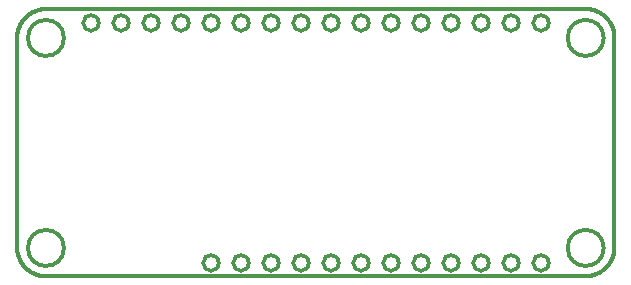
<source format=gm1>
G04 MADE WITH FRITZING*
G04 WWW.FRITZING.ORG*
G04 DOUBLE SIDED*
G04 HOLES PLATED*
G04 CONTOUR ON CENTER OF CONTOUR VECTOR*
%ASAXBY*%
%FSLAX23Y23*%
%MOIN*%
%OFA0B0*%
%SFA1.0B1.0*%
%ADD10C,0.133333X0.105555*%
%ADD11C,0.013889*%
%ADD12C,0.066667X0.0388887*%
%ADD10C,0.008*%
%LNCONTOUR*%
G90*
G70*
G54D10*
G54D11*
G01X1962Y103D02*
G75*
G03X1962Y103I-60J0D01*
G01*
G01X163Y103D02*
G75*
G03X163Y103I-60J0D01*
G01*
G01X1962Y803D02*
G75*
G03X1962Y803I-60J0D01*
G01*
G01X163Y803D02*
G75*
G03X163Y803I-60J0D01*
G01*
G01X1779Y853D02*
G75*
G03X1779Y853I-26J0D01*
G01*
G01X1679Y853D02*
G75*
G03X1679Y853I-26J0D01*
G01*
G01X1579Y853D02*
G75*
G03X1579Y853I-26J0D01*
G01*
G01X1479Y853D02*
G75*
G03X1479Y853I-26J0D01*
G01*
G01X1379Y853D02*
G75*
G03X1379Y853I-26J0D01*
G01*
G01X1279Y853D02*
G75*
G03X1279Y853I-26J0D01*
G01*
G01X1179Y853D02*
G75*
G03X1179Y853I-26J0D01*
G01*
G01X1079Y853D02*
G75*
G03X1079Y853I-26J0D01*
G01*
G01X979Y853D02*
G75*
G03X979Y853I-26J0D01*
G01*
G01X879Y853D02*
G75*
G03X879Y853I-26J0D01*
G01*
G01X779Y853D02*
G75*
G03X779Y853I-26J0D01*
G01*
G01X679Y853D02*
G75*
G03X679Y853I-26J0D01*
G01*
G01X579Y853D02*
G75*
G03X579Y853I-26J0D01*
G01*
G01X479Y853D02*
G75*
G03X479Y853I-26J0D01*
G01*
G01X379Y853D02*
G75*
G03X379Y853I-26J0D01*
G01*
G01X279Y853D02*
G75*
G03X279Y853I-26J0D01*
G01*
G01X679Y53D02*
G75*
G03X679Y53I-26J0D01*
G01*
G01X779Y53D02*
G75*
G03X779Y53I-26J0D01*
G01*
G01X879Y53D02*
G75*
G03X879Y53I-26J0D01*
G01*
G01X979Y53D02*
G75*
G03X979Y53I-26J0D01*
G01*
G01X1079Y53D02*
G75*
G03X1079Y53I-26J0D01*
G01*
G01X1179Y53D02*
G75*
G03X1179Y53I-26J0D01*
G01*
G01X1279Y53D02*
G75*
G03X1279Y53I-26J0D01*
G01*
G01X1379Y53D02*
G75*
G03X1379Y53I-26J0D01*
G01*
G01X1479Y53D02*
G75*
G03X1479Y53I-26J0D01*
G01*
G01X1579Y53D02*
G75*
G03X1579Y53I-26J0D01*
G01*
G01X1679Y53D02*
G75*
G03X1679Y53I-26J0D01*
G01*
G01X1779Y53D02*
G75*
G03X1779Y53I-26J0D01*
G01*
X94Y899D02*
X95Y899D01*
X96Y899D01*
X97Y899D01*
X98Y899D01*
X99Y899D01*
X100Y899D01*
X101Y899D01*
X102Y899D01*
X103Y899D01*
X104Y899D01*
X105Y899D01*
X106Y899D01*
X107Y899D01*
X108Y899D01*
X109Y899D01*
X110Y899D01*
X111Y899D01*
X112Y899D01*
X113Y899D01*
X114Y899D01*
X115Y899D01*
X116Y899D01*
X117Y899D01*
X118Y899D01*
X119Y899D01*
X120Y899D01*
X121Y899D01*
X122Y899D01*
X123Y899D01*
X124Y899D01*
X125Y899D01*
X126Y899D01*
X127Y899D01*
X128Y899D01*
X129Y899D01*
X130Y899D01*
X131Y899D01*
X132Y899D01*
X133Y899D01*
X134Y899D01*
X135Y899D01*
X136Y899D01*
X137Y899D01*
X138Y899D01*
X139Y899D01*
X140Y899D01*
X141Y899D01*
X142Y899D01*
X143Y899D01*
X144Y899D01*
X145Y899D01*
X146Y899D01*
X147Y899D01*
X148Y899D01*
X149Y899D01*
X150Y899D01*
X151Y899D01*
X152Y899D01*
X153Y899D01*
X154Y899D01*
X155Y899D01*
X156Y899D01*
X157Y899D01*
X158Y899D01*
X159Y899D01*
X160Y899D01*
X161Y899D01*
X162Y899D01*
X163Y899D01*
X164Y899D01*
X165Y899D01*
X166Y899D01*
X167Y899D01*
X168Y899D01*
X169Y899D01*
X170Y899D01*
X171Y899D01*
X172Y899D01*
X173Y899D01*
X174Y899D01*
X175Y899D01*
X176Y899D01*
X177Y899D01*
X178Y899D01*
X179Y899D01*
X180Y899D01*
X181Y899D01*
X182Y899D01*
X183Y899D01*
X184Y899D01*
X185Y899D01*
X186Y899D01*
X187Y899D01*
X188Y899D01*
X189Y899D01*
X190Y899D01*
X191Y899D01*
X192Y899D01*
X193Y899D01*
X194Y899D01*
X195Y899D01*
X196Y899D01*
X197Y899D01*
X198Y899D01*
X199Y899D01*
X200Y899D01*
X201Y899D01*
X202Y899D01*
X203Y899D01*
X204Y899D01*
X205Y899D01*
X206Y899D01*
X207Y899D01*
X208Y899D01*
X209Y899D01*
X210Y899D01*
X211Y899D01*
X212Y899D01*
X213Y899D01*
X214Y899D01*
X215Y899D01*
X216Y899D01*
X217Y899D01*
X218Y899D01*
X219Y899D01*
X220Y899D01*
X221Y899D01*
X222Y899D01*
X223Y899D01*
X224Y899D01*
X225Y899D01*
X226Y899D01*
X227Y899D01*
X228Y899D01*
X229Y899D01*
X230Y899D01*
X231Y899D01*
X232Y899D01*
X233Y899D01*
X234Y899D01*
X235Y899D01*
X236Y899D01*
X237Y899D01*
X238Y899D01*
X239Y899D01*
X240Y899D01*
X241Y899D01*
X242Y899D01*
X243Y899D01*
X244Y899D01*
X245Y899D01*
X246Y899D01*
X247Y899D01*
X248Y899D01*
X249Y899D01*
X250Y899D01*
X251Y899D01*
X252Y899D01*
X253Y899D01*
X254Y899D01*
X255Y899D01*
X256Y899D01*
X257Y899D01*
X258Y899D01*
X259Y899D01*
X260Y899D01*
X261Y899D01*
X262Y899D01*
X263Y899D01*
X264Y899D01*
X265Y899D01*
X266Y899D01*
X267Y899D01*
X268Y899D01*
X269Y899D01*
X270Y899D01*
X271Y899D01*
X272Y899D01*
X273Y899D01*
X274Y899D01*
X275Y899D01*
X276Y899D01*
X277Y899D01*
X278Y899D01*
X279Y899D01*
X280Y899D01*
X281Y899D01*
X282Y899D01*
X283Y899D01*
X284Y899D01*
X285Y899D01*
X286Y899D01*
X287Y899D01*
X288Y899D01*
X289Y899D01*
X290Y899D01*
X291Y899D01*
X292Y899D01*
X293Y899D01*
X294Y899D01*
X295Y899D01*
X296Y899D01*
X297Y899D01*
X298Y899D01*
X299Y899D01*
X300Y899D01*
X301Y899D01*
X302Y899D01*
X303Y899D01*
X304Y899D01*
X305Y899D01*
X306Y899D01*
X307Y899D01*
X308Y899D01*
X309Y899D01*
X310Y899D01*
X311Y899D01*
X312Y899D01*
X313Y899D01*
X314Y899D01*
X315Y899D01*
X316Y899D01*
X317Y899D01*
X318Y899D01*
X319Y899D01*
X320Y899D01*
X321Y899D01*
X322Y899D01*
X323Y899D01*
X324Y899D01*
X325Y899D01*
X326Y899D01*
X327Y899D01*
X328Y899D01*
X329Y899D01*
X330Y899D01*
X331Y899D01*
X332Y899D01*
X333Y899D01*
X334Y899D01*
X335Y899D01*
X336Y899D01*
X337Y899D01*
X338Y899D01*
X339Y899D01*
X340Y899D01*
X341Y899D01*
X342Y899D01*
X343Y899D01*
X344Y899D01*
X345Y899D01*
X346Y899D01*
X347Y899D01*
X348Y899D01*
X349Y899D01*
X350Y899D01*
X351Y899D01*
X352Y899D01*
X353Y899D01*
X354Y899D01*
X355Y899D01*
X356Y899D01*
X357Y899D01*
X358Y899D01*
X359Y899D01*
X360Y899D01*
X361Y899D01*
X362Y899D01*
X363Y899D01*
X364Y899D01*
X365Y899D01*
X366Y899D01*
X367Y899D01*
X368Y899D01*
X369Y899D01*
X370Y899D01*
X371Y899D01*
X372Y899D01*
X373Y899D01*
X374Y899D01*
X375Y899D01*
X376Y899D01*
X377Y899D01*
X378Y899D01*
X379Y899D01*
X380Y899D01*
X381Y899D01*
X382Y899D01*
X383Y899D01*
X384Y899D01*
X385Y899D01*
X386Y899D01*
X387Y899D01*
X388Y899D01*
X389Y899D01*
X390Y899D01*
X391Y899D01*
X392Y899D01*
X393Y899D01*
X394Y899D01*
X395Y899D01*
X396Y899D01*
X397Y899D01*
X398Y899D01*
X399Y899D01*
X400Y899D01*
X401Y899D01*
X402Y899D01*
X403Y899D01*
X404Y899D01*
X405Y899D01*
X406Y899D01*
X407Y899D01*
X408Y899D01*
X409Y899D01*
X410Y899D01*
X411Y899D01*
X412Y899D01*
X413Y899D01*
X414Y899D01*
X415Y899D01*
X416Y899D01*
X417Y899D01*
X418Y899D01*
X419Y899D01*
X420Y899D01*
X421Y899D01*
X422Y899D01*
X423Y899D01*
X424Y899D01*
X425Y899D01*
X426Y899D01*
X427Y899D01*
X428Y899D01*
X429Y899D01*
X430Y899D01*
X431Y899D01*
X432Y899D01*
X433Y899D01*
X434Y899D01*
X435Y899D01*
X436Y899D01*
X437Y899D01*
X438Y899D01*
X439Y899D01*
X440Y899D01*
X441Y899D01*
X442Y899D01*
X443Y899D01*
X444Y899D01*
X445Y899D01*
X446Y899D01*
X447Y899D01*
X448Y899D01*
X449Y899D01*
X450Y899D01*
X451Y899D01*
X452Y899D01*
X453Y899D01*
X454Y899D01*
X455Y899D01*
X456Y899D01*
X457Y899D01*
X458Y899D01*
X459Y899D01*
X460Y899D01*
X461Y899D01*
X462Y899D01*
X463Y899D01*
X464Y899D01*
X465Y899D01*
X466Y899D01*
X467Y899D01*
X468Y899D01*
X469Y899D01*
X470Y899D01*
X471Y899D01*
X472Y899D01*
X473Y899D01*
X474Y899D01*
X475Y899D01*
X476Y899D01*
X477Y899D01*
X478Y899D01*
X479Y899D01*
X480Y899D01*
X481Y899D01*
X482Y899D01*
X483Y899D01*
X484Y899D01*
X485Y899D01*
X486Y899D01*
X487Y899D01*
X488Y899D01*
X489Y899D01*
X490Y899D01*
X491Y899D01*
X492Y899D01*
X493Y899D01*
X494Y899D01*
X495Y899D01*
X496Y899D01*
X497Y899D01*
X498Y899D01*
X499Y899D01*
X500Y899D01*
X501Y899D01*
X502Y899D01*
X503Y899D01*
X504Y899D01*
X505Y899D01*
X506Y899D01*
X507Y899D01*
X508Y899D01*
X509Y899D01*
X510Y899D01*
X511Y899D01*
X512Y899D01*
X513Y899D01*
X514Y899D01*
X515Y899D01*
X516Y899D01*
X517Y899D01*
X518Y899D01*
X519Y899D01*
X520Y899D01*
X521Y899D01*
X522Y899D01*
X523Y899D01*
X524Y899D01*
X525Y899D01*
X526Y899D01*
X527Y899D01*
X528Y899D01*
X529Y899D01*
X530Y899D01*
X531Y899D01*
X532Y899D01*
X533Y899D01*
X534Y899D01*
X535Y899D01*
X536Y899D01*
X537Y899D01*
X538Y899D01*
X539Y899D01*
X540Y899D01*
X541Y899D01*
X542Y899D01*
X543Y899D01*
X544Y899D01*
X545Y899D01*
X546Y899D01*
X547Y899D01*
X548Y899D01*
X549Y899D01*
X550Y899D01*
X551Y899D01*
X552Y899D01*
X553Y899D01*
X554Y899D01*
X555Y899D01*
X556Y899D01*
X557Y899D01*
X558Y899D01*
X559Y899D01*
X560Y899D01*
X561Y899D01*
X562Y899D01*
X563Y899D01*
X564Y899D01*
X565Y899D01*
X566Y899D01*
X567Y899D01*
X568Y899D01*
X569Y899D01*
X570Y899D01*
X571Y899D01*
X572Y899D01*
X573Y899D01*
X574Y899D01*
X575Y899D01*
X576Y899D01*
X577Y899D01*
X578Y899D01*
X579Y899D01*
X580Y899D01*
X581Y899D01*
X582Y899D01*
X583Y899D01*
X584Y899D01*
X585Y899D01*
X586Y899D01*
X587Y899D01*
X588Y899D01*
X589Y899D01*
X590Y899D01*
X591Y899D01*
X592Y899D01*
X593Y899D01*
X594Y899D01*
X595Y899D01*
X596Y899D01*
X597Y899D01*
X598Y899D01*
X599Y899D01*
X600Y899D01*
X601Y899D01*
X602Y899D01*
X603Y899D01*
X604Y899D01*
X605Y899D01*
X606Y899D01*
X607Y899D01*
X608Y899D01*
X609Y899D01*
X610Y899D01*
X611Y899D01*
X612Y899D01*
X613Y899D01*
X614Y899D01*
X615Y899D01*
X616Y899D01*
X617Y899D01*
X618Y899D01*
X619Y899D01*
X620Y899D01*
X621Y899D01*
X622Y899D01*
X623Y899D01*
X624Y899D01*
X625Y899D01*
X626Y899D01*
X627Y899D01*
X628Y899D01*
X629Y899D01*
X630Y899D01*
X631Y899D01*
X632Y899D01*
X633Y899D01*
X634Y899D01*
X635Y899D01*
X636Y899D01*
X637Y899D01*
X638Y899D01*
X639Y899D01*
X640Y899D01*
X641Y899D01*
X642Y899D01*
X643Y899D01*
X644Y899D01*
X645Y899D01*
X646Y899D01*
X647Y899D01*
X648Y899D01*
X649Y899D01*
X650Y899D01*
X651Y899D01*
X652Y899D01*
X653Y899D01*
X654Y899D01*
X655Y899D01*
X656Y899D01*
X657Y899D01*
X658Y899D01*
X659Y899D01*
X660Y899D01*
X661Y899D01*
X662Y899D01*
X663Y899D01*
X664Y899D01*
X665Y899D01*
X666Y899D01*
X667Y899D01*
X668Y899D01*
X669Y899D01*
X670Y899D01*
X671Y899D01*
X672Y899D01*
X673Y899D01*
X674Y899D01*
X675Y899D01*
X676Y899D01*
X677Y899D01*
X678Y899D01*
X679Y899D01*
X680Y899D01*
X681Y899D01*
X682Y899D01*
X683Y899D01*
X684Y899D01*
X685Y899D01*
X686Y899D01*
X687Y899D01*
X688Y899D01*
X689Y899D01*
X690Y899D01*
X691Y899D01*
X692Y899D01*
X693Y899D01*
X694Y899D01*
X695Y899D01*
X696Y899D01*
X697Y899D01*
X698Y899D01*
X699Y899D01*
X700Y899D01*
X701Y899D01*
X702Y899D01*
X703Y899D01*
X704Y899D01*
X705Y899D01*
X706Y899D01*
X707Y899D01*
X708Y899D01*
X709Y899D01*
X710Y899D01*
X711Y899D01*
X712Y899D01*
X713Y899D01*
X714Y899D01*
X715Y899D01*
X716Y899D01*
X717Y899D01*
X718Y899D01*
X719Y899D01*
X720Y899D01*
X721Y899D01*
X722Y899D01*
X723Y899D01*
X724Y899D01*
X725Y899D01*
X726Y899D01*
X727Y899D01*
X728Y899D01*
X729Y899D01*
X730Y899D01*
X731Y899D01*
X732Y899D01*
X733Y899D01*
X734Y899D01*
X735Y899D01*
X736Y899D01*
X737Y899D01*
X738Y899D01*
X739Y899D01*
X740Y899D01*
X741Y899D01*
X742Y899D01*
X743Y899D01*
X744Y899D01*
X745Y899D01*
X746Y899D01*
X747Y899D01*
X748Y899D01*
X749Y899D01*
X750Y899D01*
X751Y899D01*
X752Y899D01*
X753Y899D01*
X754Y899D01*
X755Y899D01*
X756Y899D01*
X757Y899D01*
X758Y899D01*
X759Y899D01*
X760Y899D01*
X761Y899D01*
X762Y899D01*
X763Y899D01*
X764Y899D01*
X765Y899D01*
X766Y899D01*
X767Y899D01*
X768Y899D01*
X769Y899D01*
X770Y899D01*
X771Y899D01*
X772Y899D01*
X773Y899D01*
X774Y899D01*
X775Y899D01*
X776Y899D01*
X777Y899D01*
X778Y899D01*
X779Y899D01*
X780Y899D01*
X781Y899D01*
X782Y899D01*
X783Y899D01*
X784Y899D01*
X785Y899D01*
X786Y899D01*
X787Y899D01*
X788Y899D01*
X789Y899D01*
X790Y899D01*
X791Y899D01*
X792Y899D01*
X793Y899D01*
X794Y899D01*
X795Y899D01*
X796Y899D01*
X797Y899D01*
X798Y899D01*
X799Y899D01*
X800Y899D01*
X801Y899D01*
X802Y899D01*
X803Y899D01*
X804Y899D01*
X805Y899D01*
X806Y899D01*
X807Y899D01*
X808Y899D01*
X809Y899D01*
X810Y899D01*
X811Y899D01*
X812Y899D01*
X813Y899D01*
X814Y899D01*
X815Y899D01*
X816Y899D01*
X817Y899D01*
X818Y899D01*
X819Y899D01*
X820Y899D01*
X821Y899D01*
X822Y899D01*
X823Y899D01*
X824Y899D01*
X825Y899D01*
X826Y899D01*
X827Y899D01*
X828Y899D01*
X829Y899D01*
X830Y899D01*
X831Y899D01*
X832Y899D01*
X833Y899D01*
X834Y899D01*
X835Y899D01*
X836Y899D01*
X837Y899D01*
X838Y899D01*
X839Y899D01*
X840Y899D01*
X841Y899D01*
X842Y899D01*
X843Y899D01*
X844Y899D01*
X845Y899D01*
X846Y899D01*
X847Y899D01*
X848Y899D01*
X849Y899D01*
X850Y899D01*
X851Y899D01*
X852Y899D01*
X853Y899D01*
X854Y899D01*
X855Y899D01*
X856Y899D01*
X857Y899D01*
X858Y899D01*
X859Y899D01*
X860Y899D01*
X861Y899D01*
X862Y899D01*
X863Y899D01*
X864Y899D01*
X865Y899D01*
X866Y899D01*
X867Y899D01*
X868Y899D01*
X869Y899D01*
X870Y899D01*
X871Y899D01*
X872Y899D01*
X873Y899D01*
X874Y899D01*
X875Y899D01*
X876Y899D01*
X877Y899D01*
X878Y899D01*
X879Y899D01*
X880Y899D01*
X881Y899D01*
X882Y899D01*
X883Y899D01*
X884Y899D01*
X885Y899D01*
X886Y899D01*
X887Y899D01*
X888Y899D01*
X889Y899D01*
X890Y899D01*
X891Y899D01*
X892Y899D01*
X893Y899D01*
X894Y899D01*
X895Y899D01*
X896Y899D01*
X897Y899D01*
X898Y899D01*
X899Y899D01*
X900Y899D01*
X901Y899D01*
X902Y899D01*
X903Y899D01*
X904Y899D01*
X905Y899D01*
X906Y899D01*
X907Y899D01*
X908Y899D01*
X909Y899D01*
X910Y899D01*
X911Y899D01*
X912Y899D01*
X913Y899D01*
X914Y899D01*
X915Y899D01*
X916Y899D01*
X917Y899D01*
X918Y899D01*
X919Y899D01*
X920Y899D01*
X921Y899D01*
X922Y899D01*
X923Y899D01*
X924Y899D01*
X925Y899D01*
X926Y899D01*
X927Y899D01*
X928Y899D01*
X929Y899D01*
X930Y899D01*
X931Y899D01*
X932Y899D01*
X933Y899D01*
X934Y899D01*
X935Y899D01*
X936Y899D01*
X937Y899D01*
X938Y899D01*
X939Y899D01*
X940Y899D01*
X941Y899D01*
X942Y899D01*
X943Y899D01*
X944Y899D01*
X945Y899D01*
X946Y899D01*
X947Y899D01*
X948Y899D01*
X949Y899D01*
X950Y899D01*
X951Y899D01*
X952Y899D01*
X953Y899D01*
X954Y899D01*
X955Y899D01*
X956Y899D01*
X957Y899D01*
X958Y899D01*
X959Y899D01*
X960Y899D01*
X961Y899D01*
X962Y899D01*
X963Y899D01*
X964Y899D01*
X965Y899D01*
X966Y899D01*
X967Y899D01*
X968Y899D01*
X969Y899D01*
X970Y899D01*
X971Y899D01*
X972Y899D01*
X973Y899D01*
X974Y899D01*
X975Y899D01*
X976Y899D01*
X977Y899D01*
X978Y899D01*
X979Y899D01*
X980Y899D01*
X981Y899D01*
X982Y899D01*
X983Y899D01*
X984Y899D01*
X985Y899D01*
X986Y899D01*
X987Y899D01*
X988Y899D01*
X989Y899D01*
X990Y899D01*
X991Y899D01*
X992Y899D01*
X993Y899D01*
X994Y899D01*
X995Y899D01*
X996Y899D01*
X997Y899D01*
X998Y899D01*
X999Y899D01*
X1000Y899D01*
X1001Y899D01*
X1002Y899D01*
X1003Y899D01*
X1004Y899D01*
X1005Y899D01*
X1006Y899D01*
X1007Y899D01*
X1008Y899D01*
X1009Y899D01*
X1010Y899D01*
X1011Y899D01*
X1012Y899D01*
X1013Y899D01*
X1014Y899D01*
X1015Y899D01*
X1016Y899D01*
X1017Y899D01*
X1018Y899D01*
X1019Y899D01*
X1020Y899D01*
X1021Y899D01*
X1022Y899D01*
X1023Y899D01*
X1024Y899D01*
X1025Y899D01*
X1026Y899D01*
X1027Y899D01*
X1028Y899D01*
X1029Y899D01*
X1030Y899D01*
X1031Y899D01*
X1032Y899D01*
X1033Y899D01*
X1034Y899D01*
X1035Y899D01*
X1036Y899D01*
X1037Y899D01*
X1038Y899D01*
X1039Y899D01*
X1040Y899D01*
X1041Y899D01*
X1042Y899D01*
X1043Y899D01*
X1044Y899D01*
X1045Y899D01*
X1046Y899D01*
X1047Y899D01*
X1048Y899D01*
X1049Y899D01*
X1050Y899D01*
X1051Y899D01*
X1052Y899D01*
X1053Y899D01*
X1054Y899D01*
X1055Y899D01*
X1056Y899D01*
X1057Y899D01*
X1058Y899D01*
X1059Y899D01*
X1060Y899D01*
X1061Y899D01*
X1062Y899D01*
X1063Y899D01*
X1064Y899D01*
X1065Y899D01*
X1066Y899D01*
X1067Y899D01*
X1068Y899D01*
X1069Y899D01*
X1070Y899D01*
X1071Y899D01*
X1072Y899D01*
X1073Y899D01*
X1074Y899D01*
X1075Y899D01*
X1076Y899D01*
X1077Y899D01*
X1078Y899D01*
X1079Y899D01*
X1080Y899D01*
X1081Y899D01*
X1082Y899D01*
X1083Y899D01*
X1084Y899D01*
X1085Y899D01*
X1086Y899D01*
X1087Y899D01*
X1088Y899D01*
X1089Y899D01*
X1090Y899D01*
X1091Y899D01*
X1092Y899D01*
X1093Y899D01*
X1094Y899D01*
X1095Y899D01*
X1096Y899D01*
X1097Y899D01*
X1098Y899D01*
X1099Y899D01*
X1100Y899D01*
X1101Y899D01*
X1102Y899D01*
X1103Y899D01*
X1104Y899D01*
X1105Y899D01*
X1106Y899D01*
X1107Y899D01*
X1108Y899D01*
X1109Y899D01*
X1110Y899D01*
X1111Y899D01*
X1112Y899D01*
X1113Y899D01*
X1114Y899D01*
X1115Y899D01*
X1116Y899D01*
X1117Y899D01*
X1118Y899D01*
X1119Y899D01*
X1120Y899D01*
X1121Y899D01*
X1122Y899D01*
X1123Y899D01*
X1124Y899D01*
X1125Y899D01*
X1126Y899D01*
X1127Y899D01*
X1128Y899D01*
X1129Y899D01*
X1130Y899D01*
X1131Y899D01*
X1132Y899D01*
X1133Y899D01*
X1134Y899D01*
X1135Y899D01*
X1136Y899D01*
X1137Y899D01*
X1138Y899D01*
X1139Y899D01*
X1140Y899D01*
X1141Y899D01*
X1142Y899D01*
X1143Y899D01*
X1144Y899D01*
X1145Y899D01*
X1146Y899D01*
X1147Y899D01*
X1148Y899D01*
X1149Y899D01*
X1150Y899D01*
X1151Y899D01*
X1152Y899D01*
X1153Y899D01*
X1154Y899D01*
X1155Y899D01*
X1156Y899D01*
X1157Y899D01*
X1158Y899D01*
X1159Y899D01*
X1160Y899D01*
X1161Y899D01*
X1162Y899D01*
X1163Y899D01*
X1164Y899D01*
X1165Y899D01*
X1166Y899D01*
X1167Y899D01*
X1168Y899D01*
X1169Y899D01*
X1170Y899D01*
X1171Y899D01*
X1172Y899D01*
X1173Y899D01*
X1174Y899D01*
X1175Y899D01*
X1176Y899D01*
X1177Y899D01*
X1178Y899D01*
X1179Y899D01*
X1180Y899D01*
X1181Y899D01*
X1182Y899D01*
X1183Y899D01*
X1184Y899D01*
X1185Y899D01*
X1186Y899D01*
X1187Y899D01*
X1188Y899D01*
X1189Y899D01*
X1190Y899D01*
X1191Y899D01*
X1192Y899D01*
X1193Y899D01*
X1194Y899D01*
X1195Y899D01*
X1196Y899D01*
X1197Y899D01*
X1198Y899D01*
X1199Y899D01*
X1200Y899D01*
X1201Y899D01*
X1202Y899D01*
X1203Y899D01*
X1204Y899D01*
X1205Y899D01*
X1206Y899D01*
X1207Y899D01*
X1208Y899D01*
X1209Y899D01*
X1210Y899D01*
X1211Y899D01*
X1212Y899D01*
X1213Y899D01*
X1214Y899D01*
X1215Y899D01*
X1216Y899D01*
X1217Y899D01*
X1218Y899D01*
X1219Y899D01*
X1220Y899D01*
X1221Y899D01*
X1222Y899D01*
X1223Y899D01*
X1224Y899D01*
X1225Y899D01*
X1226Y899D01*
X1227Y899D01*
X1228Y899D01*
X1229Y899D01*
X1230Y899D01*
X1231Y899D01*
X1232Y899D01*
X1233Y899D01*
X1234Y899D01*
X1235Y899D01*
X1236Y899D01*
X1237Y899D01*
X1238Y899D01*
X1239Y899D01*
X1240Y899D01*
X1241Y899D01*
X1242Y899D01*
X1243Y899D01*
X1244Y899D01*
X1245Y899D01*
X1246Y899D01*
X1247Y899D01*
X1248Y899D01*
X1249Y899D01*
X1250Y899D01*
X1251Y899D01*
X1252Y899D01*
X1253Y899D01*
X1254Y899D01*
X1255Y899D01*
X1256Y899D01*
X1257Y899D01*
X1258Y899D01*
X1259Y899D01*
X1260Y899D01*
X1261Y899D01*
X1262Y899D01*
X1263Y899D01*
X1264Y899D01*
X1265Y899D01*
X1266Y899D01*
X1267Y899D01*
X1268Y899D01*
X1269Y899D01*
X1270Y899D01*
X1271Y899D01*
X1272Y899D01*
X1273Y899D01*
X1274Y899D01*
X1275Y899D01*
X1276Y899D01*
X1277Y899D01*
X1278Y899D01*
X1279Y899D01*
X1280Y899D01*
X1281Y899D01*
X1282Y899D01*
X1283Y899D01*
X1284Y899D01*
X1285Y899D01*
X1286Y899D01*
X1287Y899D01*
X1288Y899D01*
X1289Y899D01*
X1290Y899D01*
X1291Y899D01*
X1292Y899D01*
X1293Y899D01*
X1294Y899D01*
X1295Y899D01*
X1296Y899D01*
X1297Y899D01*
X1298Y899D01*
X1299Y899D01*
X1300Y899D01*
X1301Y899D01*
X1302Y899D01*
X1303Y899D01*
X1304Y899D01*
X1305Y899D01*
X1306Y899D01*
X1307Y899D01*
X1308Y899D01*
X1309Y899D01*
X1310Y899D01*
X1311Y899D01*
X1312Y899D01*
X1313Y899D01*
X1314Y899D01*
X1315Y899D01*
X1316Y899D01*
X1317Y899D01*
X1318Y899D01*
X1319Y899D01*
X1320Y899D01*
X1321Y899D01*
X1322Y899D01*
X1323Y899D01*
X1324Y899D01*
X1325Y899D01*
X1326Y899D01*
X1327Y899D01*
X1328Y899D01*
X1329Y899D01*
X1330Y899D01*
X1331Y899D01*
X1332Y899D01*
X1333Y899D01*
X1334Y899D01*
X1335Y899D01*
X1336Y899D01*
X1337Y899D01*
X1338Y899D01*
X1339Y899D01*
X1340Y899D01*
X1341Y899D01*
X1342Y899D01*
X1343Y899D01*
X1344Y899D01*
X1345Y899D01*
X1346Y899D01*
X1347Y899D01*
X1348Y899D01*
X1349Y899D01*
X1350Y899D01*
X1351Y899D01*
X1352Y899D01*
X1353Y899D01*
X1354Y899D01*
X1355Y899D01*
X1356Y899D01*
X1357Y899D01*
X1358Y899D01*
X1359Y899D01*
X1360Y899D01*
X1361Y899D01*
X1362Y899D01*
X1363Y899D01*
X1364Y899D01*
X1365Y899D01*
X1366Y899D01*
X1367Y899D01*
X1368Y899D01*
X1369Y899D01*
X1370Y899D01*
X1371Y899D01*
X1372Y899D01*
X1373Y899D01*
X1374Y899D01*
X1375Y899D01*
X1376Y899D01*
X1377Y899D01*
X1378Y899D01*
X1379Y899D01*
X1380Y899D01*
X1381Y899D01*
X1382Y899D01*
X1383Y899D01*
X1384Y899D01*
X1385Y899D01*
X1386Y899D01*
X1387Y899D01*
X1388Y899D01*
X1389Y899D01*
X1390Y899D01*
X1391Y899D01*
X1392Y899D01*
X1393Y899D01*
X1394Y899D01*
X1395Y899D01*
X1396Y899D01*
X1397Y899D01*
X1398Y899D01*
X1399Y899D01*
X1400Y899D01*
X1401Y899D01*
X1402Y899D01*
X1403Y899D01*
X1404Y899D01*
X1405Y899D01*
X1406Y899D01*
X1407Y899D01*
X1408Y899D01*
X1409Y899D01*
X1410Y899D01*
X1411Y899D01*
X1412Y899D01*
X1413Y899D01*
X1414Y899D01*
X1415Y899D01*
X1416Y899D01*
X1417Y899D01*
X1418Y899D01*
X1419Y899D01*
X1420Y899D01*
X1421Y899D01*
X1422Y899D01*
X1423Y899D01*
X1424Y899D01*
X1425Y899D01*
X1426Y899D01*
X1427Y899D01*
X1428Y899D01*
X1429Y899D01*
X1430Y899D01*
X1431Y899D01*
X1432Y899D01*
X1433Y899D01*
X1434Y899D01*
X1435Y899D01*
X1436Y899D01*
X1437Y899D01*
X1438Y899D01*
X1439Y899D01*
X1440Y899D01*
X1441Y899D01*
X1442Y899D01*
X1443Y899D01*
X1444Y899D01*
X1445Y899D01*
X1446Y899D01*
X1447Y899D01*
X1448Y899D01*
X1449Y899D01*
X1450Y899D01*
X1451Y899D01*
X1452Y899D01*
X1453Y899D01*
X1454Y899D01*
X1455Y899D01*
X1456Y899D01*
X1457Y899D01*
X1458Y899D01*
X1459Y899D01*
X1460Y899D01*
X1461Y899D01*
X1462Y899D01*
X1463Y899D01*
X1464Y899D01*
X1465Y899D01*
X1466Y899D01*
X1467Y899D01*
X1468Y899D01*
X1469Y899D01*
X1470Y899D01*
X1471Y899D01*
X1472Y899D01*
X1473Y899D01*
X1474Y899D01*
X1475Y899D01*
X1476Y899D01*
X1477Y899D01*
X1478Y899D01*
X1479Y899D01*
X1480Y899D01*
X1481Y899D01*
X1482Y899D01*
X1483Y899D01*
X1484Y899D01*
X1485Y899D01*
X1486Y899D01*
X1487Y899D01*
X1488Y899D01*
X1489Y899D01*
X1490Y899D01*
X1491Y899D01*
X1492Y899D01*
X1493Y899D01*
X1494Y899D01*
X1495Y899D01*
X1496Y899D01*
X1497Y899D01*
X1498Y899D01*
X1499Y899D01*
X1500Y899D01*
X1501Y899D01*
X1502Y899D01*
X1503Y899D01*
X1504Y899D01*
X1505Y899D01*
X1506Y899D01*
X1507Y899D01*
X1508Y899D01*
X1509Y899D01*
X1510Y899D01*
X1511Y899D01*
X1512Y899D01*
X1513Y899D01*
X1514Y899D01*
X1515Y899D01*
X1516Y899D01*
X1517Y899D01*
X1518Y899D01*
X1519Y899D01*
X1520Y899D01*
X1521Y899D01*
X1522Y899D01*
X1523Y899D01*
X1524Y899D01*
X1525Y899D01*
X1526Y899D01*
X1527Y899D01*
X1528Y899D01*
X1529Y899D01*
X1530Y899D01*
X1531Y899D01*
X1532Y899D01*
X1533Y899D01*
X1534Y899D01*
X1535Y899D01*
X1536Y899D01*
X1537Y899D01*
X1538Y899D01*
X1539Y899D01*
X1540Y899D01*
X1541Y899D01*
X1542Y899D01*
X1543Y899D01*
X1544Y899D01*
X1545Y899D01*
X1546Y899D01*
X1547Y899D01*
X1548Y899D01*
X1549Y899D01*
X1550Y899D01*
X1551Y899D01*
X1552Y899D01*
X1553Y899D01*
X1554Y899D01*
X1555Y899D01*
X1556Y899D01*
X1557Y899D01*
X1558Y899D01*
X1559Y899D01*
X1560Y899D01*
X1561Y899D01*
X1562Y899D01*
X1563Y899D01*
X1564Y899D01*
X1565Y899D01*
X1566Y899D01*
X1567Y899D01*
X1568Y899D01*
X1569Y899D01*
X1570Y899D01*
X1571Y899D01*
X1572Y899D01*
X1573Y899D01*
X1574Y899D01*
X1575Y899D01*
X1576Y899D01*
X1577Y899D01*
X1578Y899D01*
X1579Y899D01*
X1580Y899D01*
X1581Y899D01*
X1582Y899D01*
X1583Y899D01*
X1584Y899D01*
X1585Y899D01*
X1586Y899D01*
X1587Y899D01*
X1588Y899D01*
X1589Y899D01*
X1590Y899D01*
X1591Y899D01*
X1592Y899D01*
X1593Y899D01*
X1594Y899D01*
X1595Y899D01*
X1596Y899D01*
X1597Y899D01*
X1598Y899D01*
X1599Y899D01*
X1600Y899D01*
X1601Y899D01*
X1602Y899D01*
X1603Y899D01*
X1604Y899D01*
X1605Y899D01*
X1606Y899D01*
X1607Y899D01*
X1608Y899D01*
X1609Y899D01*
X1610Y899D01*
X1611Y899D01*
X1612Y899D01*
X1613Y899D01*
X1614Y899D01*
X1615Y899D01*
X1616Y899D01*
X1617Y899D01*
X1618Y899D01*
X1619Y899D01*
X1620Y899D01*
X1621Y899D01*
X1622Y899D01*
X1623Y899D01*
X1624Y899D01*
X1625Y899D01*
X1626Y899D01*
X1627Y899D01*
X1628Y899D01*
X1629Y899D01*
X1630Y899D01*
X1631Y899D01*
X1632Y899D01*
X1633Y899D01*
X1634Y899D01*
X1635Y899D01*
X1636Y899D01*
X1637Y899D01*
X1638Y899D01*
X1639Y899D01*
X1640Y899D01*
X1641Y899D01*
X1642Y899D01*
X1643Y899D01*
X1644Y899D01*
X1645Y899D01*
X1646Y899D01*
X1647Y899D01*
X1648Y899D01*
X1649Y899D01*
X1650Y899D01*
X1651Y899D01*
X1652Y899D01*
X1653Y899D01*
X1654Y899D01*
X1655Y899D01*
X1656Y899D01*
X1657Y899D01*
X1658Y899D01*
X1659Y899D01*
X1660Y899D01*
X1661Y899D01*
X1662Y899D01*
X1663Y899D01*
X1664Y899D01*
X1665Y899D01*
X1666Y899D01*
X1667Y899D01*
X1668Y899D01*
X1669Y899D01*
X1670Y899D01*
X1671Y899D01*
X1672Y899D01*
X1673Y899D01*
X1674Y899D01*
X1675Y899D01*
X1676Y899D01*
X1677Y899D01*
X1678Y899D01*
X1679Y899D01*
X1680Y899D01*
X1681Y899D01*
X1682Y899D01*
X1683Y899D01*
X1684Y899D01*
X1685Y899D01*
X1686Y899D01*
X1687Y899D01*
X1688Y899D01*
X1689Y899D01*
X1690Y899D01*
X1691Y899D01*
X1692Y899D01*
X1693Y899D01*
X1694Y899D01*
X1695Y899D01*
X1696Y899D01*
X1697Y899D01*
X1698Y899D01*
X1699Y899D01*
X1700Y899D01*
X1701Y899D01*
X1702Y899D01*
X1703Y899D01*
X1704Y899D01*
X1705Y899D01*
X1706Y899D01*
X1707Y899D01*
X1708Y899D01*
X1709Y899D01*
X1710Y899D01*
X1711Y899D01*
X1712Y899D01*
X1713Y899D01*
X1714Y899D01*
X1715Y899D01*
X1716Y899D01*
X1717Y899D01*
X1718Y899D01*
X1719Y899D01*
X1720Y899D01*
X1721Y899D01*
X1722Y899D01*
X1723Y899D01*
X1724Y899D01*
X1725Y899D01*
X1726Y899D01*
X1727Y899D01*
X1728Y899D01*
X1729Y899D01*
X1730Y899D01*
X1731Y899D01*
X1732Y899D01*
X1733Y899D01*
X1734Y899D01*
X1735Y899D01*
X1736Y899D01*
X1737Y899D01*
X1738Y899D01*
X1739Y899D01*
X1740Y899D01*
X1741Y899D01*
X1742Y899D01*
X1743Y899D01*
X1744Y899D01*
X1745Y899D01*
X1746Y899D01*
X1747Y899D01*
X1748Y899D01*
X1749Y899D01*
X1750Y899D01*
X1751Y899D01*
X1752Y899D01*
X1753Y899D01*
X1754Y899D01*
X1755Y899D01*
X1756Y899D01*
X1757Y899D01*
X1758Y899D01*
X1759Y899D01*
X1760Y899D01*
X1761Y899D01*
X1762Y899D01*
X1763Y899D01*
X1764Y899D01*
X1765Y899D01*
X1766Y899D01*
X1767Y899D01*
X1768Y899D01*
X1769Y899D01*
X1770Y899D01*
X1771Y899D01*
X1772Y899D01*
X1773Y899D01*
X1774Y899D01*
X1775Y899D01*
X1776Y899D01*
X1777Y899D01*
X1778Y899D01*
X1779Y899D01*
X1780Y899D01*
X1781Y899D01*
X1782Y899D01*
X1783Y899D01*
X1784Y899D01*
X1785Y899D01*
X1786Y899D01*
X1787Y899D01*
X1788Y899D01*
X1789Y899D01*
X1790Y899D01*
X1791Y899D01*
X1792Y899D01*
X1793Y899D01*
X1794Y899D01*
X1795Y899D01*
X1796Y899D01*
X1797Y899D01*
X1798Y899D01*
X1799Y899D01*
X1800Y899D01*
X1801Y899D01*
X1802Y899D01*
X1803Y899D01*
X1804Y899D01*
X1805Y899D01*
X1806Y899D01*
X1807Y899D01*
X1808Y899D01*
X1809Y899D01*
X1810Y899D01*
X1811Y899D01*
X1812Y899D01*
X1813Y899D01*
X1814Y899D01*
X1815Y899D01*
X1816Y899D01*
X1817Y899D01*
X1818Y899D01*
X1819Y899D01*
X1820Y899D01*
X1821Y899D01*
X1822Y899D01*
X1823Y899D01*
X1824Y899D01*
X1825Y899D01*
X1826Y899D01*
X1827Y899D01*
X1828Y899D01*
X1829Y899D01*
X1830Y899D01*
X1831Y899D01*
X1832Y899D01*
X1833Y899D01*
X1834Y899D01*
X1835Y899D01*
X1836Y899D01*
X1837Y899D01*
X1838Y899D01*
X1839Y899D01*
X1840Y899D01*
X1841Y899D01*
X1842Y899D01*
X1843Y899D01*
X1844Y899D01*
X1845Y899D01*
X1846Y899D01*
X1847Y899D01*
X1848Y899D01*
X1849Y899D01*
X1850Y899D01*
X1851Y899D01*
X1852Y899D01*
X1853Y899D01*
X1854Y899D01*
X1855Y899D01*
X1856Y899D01*
X1857Y899D01*
X1858Y899D01*
X1859Y899D01*
X1860Y899D01*
X1861Y899D01*
X1862Y899D01*
X1863Y899D01*
X1864Y899D01*
X1865Y899D01*
X1866Y899D01*
X1867Y899D01*
X1868Y899D01*
X1869Y899D01*
X1870Y899D01*
X1871Y899D01*
X1872Y899D01*
X1873Y899D01*
X1874Y899D01*
X1875Y899D01*
X1876Y899D01*
X1877Y899D01*
X1878Y899D01*
X1879Y899D01*
X1880Y899D01*
X1881Y899D01*
X1882Y899D01*
X1883Y899D01*
X1884Y899D01*
X1885Y899D01*
X1886Y899D01*
X1887Y899D01*
X1888Y899D01*
X1889Y899D01*
X1890Y899D01*
X1891Y899D01*
X1892Y899D01*
X1893Y899D01*
X1894Y899D01*
X1895Y899D01*
X1896Y899D01*
X1897Y899D01*
X1898Y899D01*
X1899Y899D01*
X1900Y899D01*
X1901Y899D01*
X1902Y899D01*
X1903Y899D01*
X1904Y899D01*
X1905Y899D01*
X1906Y899D01*
X1907Y899D01*
X1908Y899D01*
X1909Y899D01*
X1910Y899D01*
X1911Y899D01*
X1912Y899D01*
X1913Y899D01*
X1914Y898D01*
X1915Y898D01*
X1916Y898D01*
X1917Y898D01*
X1918Y898D01*
X1919Y898D01*
X1920Y898D01*
X1921Y897D01*
X1922Y897D01*
X1923Y897D01*
X1924Y897D01*
X1925Y897D01*
X1926Y896D01*
X1927Y896D01*
X1928Y896D01*
X1929Y895D01*
X1930Y895D01*
X1931Y895D01*
X1932Y895D01*
X1933Y894D01*
X1934Y894D01*
X1935Y894D01*
X1936Y893D01*
X1937Y893D01*
X1938Y892D01*
X1939Y892D01*
X1940Y892D01*
X1941Y891D01*
X1942Y891D01*
X1943Y890D01*
X1944Y890D01*
X1945Y889D01*
X1946Y889D01*
X1947Y888D01*
X1948Y888D01*
X1949Y887D01*
X1950Y887D01*
X1951Y886D01*
X1952Y885D01*
X1953Y885D01*
X1954Y884D01*
X1955Y883D01*
X1956Y883D01*
X1957Y882D01*
X1958Y882D01*
X1959Y881D01*
X1960Y880D01*
X1961Y879D01*
X1962Y878D01*
X1963Y878D01*
X1964Y877D01*
X1965Y876D01*
X1966Y875D01*
X1967Y874D01*
X1968Y873D01*
X1969Y872D01*
X1970Y871D01*
X1971Y870D01*
X1972Y869D01*
X1973Y868D01*
X1974Y867D01*
X1975Y866D01*
X1976Y865D01*
X1977Y864D01*
X1977Y863D01*
X1978Y862D01*
X1979Y861D01*
X1980Y860D01*
X1980Y859D01*
X1981Y858D01*
X1982Y857D01*
X1982Y856D01*
X1983Y855D01*
X1984Y854D01*
X1984Y853D01*
X1985Y852D01*
X1985Y851D01*
X1986Y850D01*
X1987Y849D01*
X1987Y848D01*
X1988Y847D01*
X1988Y846D01*
X1989Y845D01*
X1989Y844D01*
X1990Y843D01*
X1990Y841D01*
X1991Y840D01*
X1991Y839D01*
X1992Y838D01*
X1992Y836D01*
X1993Y835D01*
X1993Y833D01*
X1994Y832D01*
X1994Y830D01*
X1995Y829D01*
X1995Y826D01*
X1996Y825D01*
X1996Y821D01*
X1997Y820D01*
X1997Y815D01*
X1998Y814D01*
X1998Y94D01*
X1997Y93D01*
X1997Y88D01*
X1996Y87D01*
X1996Y83D01*
X1995Y82D01*
X1995Y79D01*
X1994Y78D01*
X1994Y76D01*
X1993Y75D01*
X1993Y73D01*
X1992Y72D01*
X1992Y70D01*
X1991Y69D01*
X1991Y68D01*
X1990Y67D01*
X1990Y66D01*
X1989Y65D01*
X1989Y63D01*
X1988Y62D01*
X1987Y61D01*
X1987Y60D01*
X1986Y59D01*
X1986Y58D01*
X1985Y57D01*
X1985Y56D01*
X1984Y55D01*
X1983Y54D01*
X1983Y53D01*
X1982Y52D01*
X1981Y51D01*
X1981Y50D01*
X1980Y49D01*
X1979Y48D01*
X1979Y47D01*
X1978Y46D01*
X1977Y45D01*
X1976Y44D01*
X1975Y43D01*
X1975Y42D01*
X1974Y41D01*
X1973Y40D01*
X1972Y39D01*
X1971Y38D01*
X1970Y37D01*
X1969Y36D01*
X1968Y35D01*
X1967Y34D01*
X1966Y33D01*
X1965Y33D01*
X1964Y32D01*
X1963Y31D01*
X1962Y30D01*
X1961Y29D01*
X1960Y28D01*
X1959Y28D01*
X1958Y27D01*
X1957Y26D01*
X1956Y26D01*
X1955Y25D01*
X1954Y24D01*
X1953Y24D01*
X1952Y23D01*
X1951Y22D01*
X1950Y22D01*
X1949Y21D01*
X1948Y21D01*
X1947Y20D01*
X1946Y20D01*
X1945Y19D01*
X1944Y19D01*
X1943Y18D01*
X1942Y18D01*
X1941Y17D01*
X1940Y17D01*
X1939Y17D01*
X1938Y16D01*
X1937Y16D01*
X1936Y15D01*
X1935Y15D01*
X1934Y15D01*
X1933Y14D01*
X1932Y14D01*
X1931Y14D01*
X1930Y13D01*
X1929Y13D01*
X1928Y13D01*
X1927Y12D01*
X1926Y12D01*
X1925Y12D01*
X1924Y12D01*
X1923Y11D01*
X1922Y11D01*
X1921Y11D01*
X1920Y11D01*
X1919Y11D01*
X1918Y10D01*
X1917Y10D01*
X1916Y10D01*
X1915Y10D01*
X1914Y10D01*
X1913Y10D01*
X1912Y10D01*
X1911Y9D01*
X1910Y9D01*
X1909Y9D01*
X1908Y9D01*
X1907Y9D01*
X1906Y9D01*
X1905Y9D01*
X1904Y9D01*
X1903Y9D01*
X1902Y9D01*
X1901Y9D01*
X1900Y9D01*
X1899Y9D01*
X1898Y9D01*
X1897Y9D01*
X1896Y9D01*
X1895Y9D01*
X1894Y9D01*
X1893Y9D01*
X1892Y9D01*
X1891Y9D01*
X1890Y9D01*
X1889Y9D01*
X1888Y9D01*
X1887Y9D01*
X1886Y9D01*
X1885Y9D01*
X1884Y9D01*
X1883Y9D01*
X1882Y9D01*
X1881Y9D01*
X1880Y9D01*
X1879Y9D01*
X1878Y9D01*
X1877Y9D01*
X1876Y9D01*
X1875Y9D01*
X1874Y9D01*
X1873Y9D01*
X1872Y9D01*
X1871Y9D01*
X1870Y9D01*
X1869Y9D01*
X1868Y9D01*
X1867Y9D01*
X1866Y9D01*
X1865Y9D01*
X1864Y9D01*
X1863Y9D01*
X1862Y9D01*
X1861Y9D01*
X1860Y9D01*
X1859Y9D01*
X1858Y9D01*
X1857Y9D01*
X1856Y9D01*
X1855Y9D01*
X1854Y9D01*
X1853Y9D01*
X1852Y9D01*
X1851Y9D01*
X1850Y9D01*
X1849Y9D01*
X1848Y9D01*
X1847Y9D01*
X1846Y9D01*
X1845Y9D01*
X1844Y9D01*
X1843Y9D01*
X1842Y9D01*
X1841Y9D01*
X1840Y9D01*
X1839Y9D01*
X1838Y9D01*
X1837Y9D01*
X1836Y9D01*
X1835Y9D01*
X1834Y9D01*
X1833Y9D01*
X1832Y9D01*
X1831Y9D01*
X1830Y9D01*
X1829Y9D01*
X1828Y9D01*
X1827Y9D01*
X1826Y9D01*
X1825Y9D01*
X1824Y9D01*
X1823Y9D01*
X1822Y9D01*
X1821Y9D01*
X1820Y9D01*
X1819Y9D01*
X1818Y9D01*
X1817Y9D01*
X1816Y9D01*
X1815Y9D01*
X1814Y9D01*
X1813Y9D01*
X1812Y9D01*
X1811Y9D01*
X1810Y9D01*
X1809Y9D01*
X1808Y9D01*
X1807Y9D01*
X1806Y9D01*
X1805Y9D01*
X1804Y9D01*
X1803Y9D01*
X1802Y9D01*
X1801Y9D01*
X1800Y9D01*
X1799Y9D01*
X1798Y9D01*
X1797Y9D01*
X1796Y9D01*
X1795Y9D01*
X1794Y9D01*
X1793Y9D01*
X1792Y9D01*
X1791Y9D01*
X1790Y9D01*
X1789Y9D01*
X1788Y9D01*
X1787Y9D01*
X1786Y9D01*
X1785Y9D01*
X1784Y9D01*
X1783Y9D01*
X1782Y9D01*
X1781Y9D01*
X1780Y9D01*
X1779Y9D01*
X1778Y9D01*
X1777Y9D01*
X1776Y9D01*
X1775Y9D01*
X1774Y9D01*
X1773Y9D01*
X1772Y9D01*
X1771Y9D01*
X1770Y9D01*
X1769Y9D01*
X1768Y9D01*
X1767Y9D01*
X1766Y9D01*
X1765Y9D01*
X1764Y9D01*
X1763Y9D01*
X1762Y9D01*
X1761Y9D01*
X1760Y9D01*
X1759Y9D01*
X1758Y9D01*
X1757Y9D01*
X1756Y9D01*
X1755Y9D01*
X1754Y9D01*
X1753Y9D01*
X1752Y9D01*
X1751Y9D01*
X1750Y9D01*
X1749Y9D01*
X1748Y9D01*
X1747Y9D01*
X1746Y9D01*
X1745Y9D01*
X1744Y9D01*
X1743Y9D01*
X1742Y9D01*
X1741Y9D01*
X1740Y9D01*
X1739Y9D01*
X1738Y9D01*
X1737Y9D01*
X1736Y9D01*
X1735Y9D01*
X1734Y9D01*
X1733Y9D01*
X1732Y9D01*
X1731Y9D01*
X1730Y9D01*
X1729Y9D01*
X1728Y9D01*
X1727Y9D01*
X1726Y9D01*
X1725Y9D01*
X1724Y9D01*
X1723Y9D01*
X1722Y9D01*
X1721Y9D01*
X1720Y9D01*
X1719Y9D01*
X1718Y9D01*
X1717Y9D01*
X1716Y9D01*
X1715Y9D01*
X1714Y9D01*
X1713Y9D01*
X1712Y9D01*
X1711Y9D01*
X1710Y9D01*
X1709Y9D01*
X1708Y9D01*
X1707Y9D01*
X1706Y9D01*
X1705Y9D01*
X1704Y9D01*
X1703Y9D01*
X1702Y9D01*
X1701Y9D01*
X1700Y9D01*
X1699Y9D01*
X1698Y9D01*
X1697Y9D01*
X1696Y9D01*
X1695Y9D01*
X1694Y9D01*
X1693Y9D01*
X1692Y9D01*
X1691Y9D01*
X1690Y9D01*
X1689Y9D01*
X1688Y9D01*
X1687Y9D01*
X1686Y9D01*
X1685Y9D01*
X1684Y9D01*
X1683Y9D01*
X1682Y9D01*
X1681Y9D01*
X1680Y9D01*
X1679Y9D01*
X1678Y9D01*
X1677Y9D01*
X1676Y9D01*
X1675Y9D01*
X1674Y9D01*
X1673Y9D01*
X1672Y9D01*
X1671Y9D01*
X1670Y9D01*
X1669Y9D01*
X1668Y9D01*
X1667Y9D01*
X1666Y9D01*
X1665Y9D01*
X1664Y9D01*
X1663Y9D01*
X1662Y9D01*
X1661Y9D01*
X1660Y9D01*
X1659Y9D01*
X1658Y9D01*
X1657Y9D01*
X1656Y9D01*
X1655Y9D01*
X1654Y9D01*
X1653Y9D01*
X1652Y9D01*
X1651Y9D01*
X1650Y9D01*
X1649Y9D01*
X1648Y9D01*
X1647Y9D01*
X1646Y9D01*
X1645Y9D01*
X1644Y9D01*
X1643Y9D01*
X1642Y9D01*
X1641Y9D01*
X1640Y9D01*
X1639Y9D01*
X1638Y9D01*
X1637Y9D01*
X1636Y9D01*
X1635Y9D01*
X1634Y9D01*
X1633Y9D01*
X1632Y9D01*
X1631Y9D01*
X1630Y9D01*
X1629Y9D01*
X1628Y9D01*
X1627Y9D01*
X1626Y9D01*
X1625Y9D01*
X1624Y9D01*
X1623Y9D01*
X1622Y9D01*
X1621Y9D01*
X1620Y9D01*
X1619Y9D01*
X1618Y9D01*
X1617Y9D01*
X1616Y9D01*
X1615Y9D01*
X1614Y9D01*
X1613Y9D01*
X1612Y9D01*
X1611Y9D01*
X1610Y9D01*
X1609Y9D01*
X1608Y9D01*
X1607Y9D01*
X1606Y9D01*
X1605Y9D01*
X1604Y9D01*
X1603Y9D01*
X1602Y9D01*
X1601Y9D01*
X1600Y9D01*
X1599Y9D01*
X1598Y9D01*
X1597Y9D01*
X1596Y9D01*
X1595Y9D01*
X1594Y9D01*
X1593Y9D01*
X1592Y9D01*
X1591Y9D01*
X1590Y9D01*
X1589Y9D01*
X1588Y9D01*
X1587Y9D01*
X1586Y9D01*
X1585Y9D01*
X1584Y9D01*
X1583Y9D01*
X1582Y9D01*
X1581Y9D01*
X1580Y9D01*
X1579Y9D01*
X1578Y9D01*
X1577Y9D01*
X1576Y9D01*
X1575Y9D01*
X1574Y9D01*
X1573Y9D01*
X1572Y9D01*
X1571Y9D01*
X1570Y9D01*
X1569Y9D01*
X1568Y9D01*
X1567Y9D01*
X1566Y9D01*
X1565Y9D01*
X1564Y9D01*
X1563Y9D01*
X1562Y9D01*
X1561Y9D01*
X1560Y9D01*
X1559Y9D01*
X1558Y9D01*
X1557Y9D01*
X1556Y9D01*
X1555Y9D01*
X1554Y9D01*
X1553Y9D01*
X1552Y9D01*
X1551Y9D01*
X1550Y9D01*
X1549Y9D01*
X1548Y9D01*
X1547Y9D01*
X1546Y9D01*
X1545Y9D01*
X1544Y9D01*
X1543Y9D01*
X1542Y9D01*
X1541Y9D01*
X1540Y9D01*
X1539Y9D01*
X1538Y9D01*
X1537Y9D01*
X1536Y9D01*
X1535Y9D01*
X1534Y9D01*
X1533Y9D01*
X1532Y9D01*
X1531Y9D01*
X1530Y9D01*
X1529Y9D01*
X1528Y9D01*
X1527Y9D01*
X1526Y9D01*
X1525Y9D01*
X1524Y9D01*
X1523Y9D01*
X1522Y9D01*
X1521Y9D01*
X1520Y9D01*
X1519Y9D01*
X1518Y9D01*
X1517Y9D01*
X1516Y9D01*
X1515Y9D01*
X1514Y9D01*
X1513Y9D01*
X1512Y9D01*
X1511Y9D01*
X1510Y9D01*
X1509Y9D01*
X1508Y9D01*
X1507Y9D01*
X1506Y9D01*
X1505Y9D01*
X1504Y9D01*
X1503Y9D01*
X1502Y9D01*
X1501Y9D01*
X1500Y9D01*
X1499Y9D01*
X1498Y9D01*
X1497Y9D01*
X1496Y9D01*
X1495Y9D01*
X1494Y9D01*
X1493Y9D01*
X1492Y9D01*
X1491Y9D01*
X1490Y9D01*
X1489Y9D01*
X1488Y9D01*
X1487Y9D01*
X1486Y9D01*
X1485Y9D01*
X1484Y9D01*
X1483Y9D01*
X1482Y9D01*
X1481Y9D01*
X1480Y9D01*
X1479Y9D01*
X1478Y9D01*
X1477Y9D01*
X1476Y9D01*
X1475Y9D01*
X1474Y9D01*
X1473Y9D01*
X1472Y9D01*
X1471Y9D01*
X1470Y9D01*
X1469Y9D01*
X1468Y9D01*
X1467Y9D01*
X1466Y9D01*
X1465Y9D01*
X1464Y9D01*
X1463Y9D01*
X1462Y9D01*
X1461Y9D01*
X1460Y9D01*
X1459Y9D01*
X1458Y9D01*
X1457Y9D01*
X1456Y9D01*
X1455Y9D01*
X1454Y9D01*
X1453Y9D01*
X1452Y9D01*
X1451Y9D01*
X1450Y9D01*
X1449Y9D01*
X1448Y9D01*
X1447Y9D01*
X1446Y9D01*
X1445Y9D01*
X1444Y9D01*
X1443Y9D01*
X1442Y9D01*
X1441Y9D01*
X1440Y9D01*
X1439Y9D01*
X1438Y9D01*
X1437Y9D01*
X1436Y9D01*
X1435Y9D01*
X1434Y9D01*
X1433Y9D01*
X1432Y9D01*
X1431Y9D01*
X1430Y9D01*
X1429Y9D01*
X1428Y9D01*
X1427Y9D01*
X1426Y9D01*
X1425Y9D01*
X1424Y9D01*
X1423Y9D01*
X1422Y9D01*
X1421Y9D01*
X1420Y9D01*
X1419Y9D01*
X1418Y9D01*
X1417Y9D01*
X1416Y9D01*
X1415Y9D01*
X1414Y9D01*
X1413Y9D01*
X1412Y9D01*
X1411Y9D01*
X1410Y9D01*
X1409Y9D01*
X1408Y9D01*
X1407Y9D01*
X1406Y9D01*
X1405Y9D01*
X1404Y9D01*
X1403Y9D01*
X1402Y9D01*
X1401Y9D01*
X1400Y9D01*
X1399Y9D01*
X1398Y9D01*
X1397Y9D01*
X1396Y9D01*
X1395Y9D01*
X1394Y9D01*
X1393Y9D01*
X1392Y9D01*
X1391Y9D01*
X1390Y9D01*
X1389Y9D01*
X1388Y9D01*
X1387Y9D01*
X1386Y9D01*
X1385Y9D01*
X1384Y9D01*
X1383Y9D01*
X1382Y9D01*
X1381Y9D01*
X1380Y9D01*
X1379Y9D01*
X1378Y9D01*
X1377Y9D01*
X1376Y9D01*
X1375Y9D01*
X1374Y9D01*
X1373Y9D01*
X1372Y9D01*
X1371Y9D01*
X1370Y9D01*
X1369Y9D01*
X1368Y9D01*
X1367Y9D01*
X1366Y9D01*
X1365Y9D01*
X1364Y9D01*
X1363Y9D01*
X1362Y9D01*
X1361Y9D01*
X1360Y9D01*
X1359Y9D01*
X1358Y9D01*
X1357Y9D01*
X1356Y9D01*
X1355Y9D01*
X1354Y9D01*
X1353Y9D01*
X1352Y9D01*
X1351Y9D01*
X1350Y9D01*
X1349Y9D01*
X1348Y9D01*
X1347Y9D01*
X1346Y9D01*
X1345Y9D01*
X1344Y9D01*
X1343Y9D01*
X1342Y9D01*
X1341Y9D01*
X1340Y9D01*
X1339Y9D01*
X1338Y9D01*
X1337Y9D01*
X1336Y9D01*
X1335Y9D01*
X1334Y9D01*
X1333Y9D01*
X1332Y9D01*
X1331Y9D01*
X1330Y9D01*
X1329Y9D01*
X1328Y9D01*
X1327Y9D01*
X1326Y9D01*
X1325Y9D01*
X1324Y9D01*
X1323Y9D01*
X1322Y9D01*
X1321Y9D01*
X1320Y9D01*
X1319Y9D01*
X1318Y9D01*
X1317Y9D01*
X1316Y9D01*
X1315Y9D01*
X1314Y9D01*
X1313Y9D01*
X1312Y9D01*
X1311Y9D01*
X1310Y9D01*
X1309Y9D01*
X1308Y9D01*
X1307Y9D01*
X1306Y9D01*
X1305Y9D01*
X1304Y9D01*
X1303Y9D01*
X1302Y9D01*
X1301Y9D01*
X1300Y9D01*
X1299Y9D01*
X1298Y9D01*
X1297Y9D01*
X1296Y9D01*
X1295Y9D01*
X1294Y9D01*
X1293Y9D01*
X1292Y9D01*
X1291Y9D01*
X1290Y9D01*
X1289Y9D01*
X1288Y9D01*
X1287Y9D01*
X1286Y9D01*
X1285Y9D01*
X1284Y9D01*
X1283Y9D01*
X1282Y9D01*
X1281Y9D01*
X1280Y9D01*
X1279Y9D01*
X1278Y9D01*
X1277Y9D01*
X1276Y9D01*
X1275Y9D01*
X1274Y9D01*
X1273Y9D01*
X1272Y9D01*
X1271Y9D01*
X1270Y9D01*
X1269Y9D01*
X1268Y9D01*
X1267Y9D01*
X1266Y9D01*
X1265Y9D01*
X1264Y9D01*
X1263Y9D01*
X1262Y9D01*
X1261Y9D01*
X1260Y9D01*
X1259Y9D01*
X1258Y9D01*
X1257Y9D01*
X1256Y9D01*
X1255Y9D01*
X1254Y9D01*
X1253Y9D01*
X1252Y9D01*
X1251Y9D01*
X1250Y9D01*
X1249Y9D01*
X1248Y9D01*
X1247Y9D01*
X1246Y9D01*
X1245Y9D01*
X1244Y9D01*
X1243Y9D01*
X1242Y9D01*
X1241Y9D01*
X1240Y9D01*
X1239Y9D01*
X1238Y9D01*
X1237Y9D01*
X1236Y9D01*
X1235Y9D01*
X1234Y9D01*
X1233Y9D01*
X1232Y9D01*
X1231Y9D01*
X1230Y9D01*
X1229Y9D01*
X1228Y9D01*
X1227Y9D01*
X1226Y9D01*
X1225Y9D01*
X1224Y9D01*
X1223Y9D01*
X1222Y9D01*
X1221Y9D01*
X1220Y9D01*
X1219Y9D01*
X1218Y9D01*
X1217Y9D01*
X1216Y9D01*
X1215Y9D01*
X1214Y9D01*
X1213Y9D01*
X1212Y9D01*
X1211Y9D01*
X1210Y9D01*
X1209Y9D01*
X1208Y9D01*
X1207Y9D01*
X1206Y9D01*
X1205Y9D01*
X1204Y9D01*
X1203Y9D01*
X1202Y9D01*
X1201Y9D01*
X1200Y9D01*
X1199Y9D01*
X1198Y9D01*
X1197Y9D01*
X1196Y9D01*
X1195Y9D01*
X1194Y9D01*
X1193Y9D01*
X1192Y9D01*
X1191Y9D01*
X1190Y9D01*
X1189Y9D01*
X1188Y9D01*
X1187Y9D01*
X1186Y9D01*
X1185Y9D01*
X1184Y9D01*
X1183Y9D01*
X1182Y9D01*
X1181Y9D01*
X1180Y9D01*
X1179Y9D01*
X1178Y9D01*
X1177Y9D01*
X1176Y9D01*
X1175Y9D01*
X1174Y9D01*
X1173Y9D01*
X1172Y9D01*
X1171Y9D01*
X1170Y9D01*
X1169Y9D01*
X1168Y9D01*
X1167Y9D01*
X1166Y9D01*
X1165Y9D01*
X1164Y9D01*
X1163Y9D01*
X1162Y9D01*
X1161Y9D01*
X1160Y9D01*
X1159Y9D01*
X1158Y9D01*
X1157Y9D01*
X1156Y9D01*
X1155Y9D01*
X1154Y9D01*
X1153Y9D01*
X1152Y9D01*
X1151Y9D01*
X1150Y9D01*
X1149Y9D01*
X1148Y9D01*
X1147Y9D01*
X1146Y9D01*
X1145Y9D01*
X1144Y9D01*
X1143Y9D01*
X1142Y9D01*
X1141Y9D01*
X1140Y9D01*
X1139Y9D01*
X1138Y9D01*
X1137Y9D01*
X1136Y9D01*
X1135Y9D01*
X1134Y9D01*
X1133Y9D01*
X1132Y9D01*
X1131Y9D01*
X1130Y9D01*
X1129Y9D01*
X1128Y9D01*
X1127Y9D01*
X1126Y9D01*
X1125Y9D01*
X1124Y9D01*
X1123Y9D01*
X1122Y9D01*
X1121Y9D01*
X1120Y9D01*
X1119Y9D01*
X1118Y9D01*
X1117Y9D01*
X1116Y9D01*
X1115Y9D01*
X1114Y9D01*
X1113Y9D01*
X1112Y9D01*
X1111Y9D01*
X1110Y9D01*
X1109Y9D01*
X1108Y9D01*
X1107Y9D01*
X1106Y9D01*
X1105Y9D01*
X1104Y9D01*
X1103Y9D01*
X1102Y9D01*
X1101Y9D01*
X1100Y9D01*
X1099Y9D01*
X1098Y9D01*
X1097Y9D01*
X1096Y9D01*
X1095Y9D01*
X1094Y9D01*
X1093Y9D01*
X1092Y9D01*
X1091Y9D01*
X1090Y9D01*
X1089Y9D01*
X1088Y9D01*
X1087Y9D01*
X1086Y9D01*
X1085Y9D01*
X1084Y9D01*
X1083Y9D01*
X1082Y9D01*
X1081Y9D01*
X1080Y9D01*
X1079Y9D01*
X1078Y9D01*
X1077Y9D01*
X1076Y9D01*
X1075Y9D01*
X1074Y9D01*
X1073Y9D01*
X1072Y9D01*
X1071Y9D01*
X1070Y9D01*
X1069Y9D01*
X1068Y9D01*
X1067Y9D01*
X1066Y9D01*
X1065Y9D01*
X1064Y9D01*
X1063Y9D01*
X1062Y9D01*
X1061Y9D01*
X1060Y9D01*
X1059Y9D01*
X1058Y9D01*
X1057Y9D01*
X1056Y9D01*
X1055Y9D01*
X1054Y9D01*
X1053Y9D01*
X1052Y9D01*
X1051Y9D01*
X1050Y9D01*
X1049Y9D01*
X1048Y9D01*
X1047Y9D01*
X1046Y9D01*
X1045Y9D01*
X1044Y9D01*
X1043Y9D01*
X1042Y9D01*
X1041Y9D01*
X1040Y9D01*
X1039Y9D01*
X1038Y9D01*
X1037Y9D01*
X1036Y9D01*
X1035Y9D01*
X1034Y9D01*
X1033Y9D01*
X1032Y9D01*
X1031Y9D01*
X1030Y9D01*
X1029Y9D01*
X1028Y9D01*
X1027Y9D01*
X1026Y9D01*
X1025Y9D01*
X1024Y9D01*
X1023Y9D01*
X1022Y9D01*
X1021Y9D01*
X1020Y9D01*
X1019Y9D01*
X1018Y9D01*
X1017Y9D01*
X1016Y9D01*
X1015Y9D01*
X1014Y9D01*
X1013Y9D01*
X1012Y9D01*
X1011Y9D01*
X1010Y9D01*
X1009Y9D01*
X1008Y9D01*
X1007Y9D01*
X1006Y9D01*
X1005Y9D01*
X1004Y9D01*
X1003Y9D01*
X1002Y9D01*
X1001Y9D01*
X1000Y9D01*
X999Y9D01*
X998Y9D01*
X997Y9D01*
X996Y9D01*
X995Y9D01*
X994Y9D01*
X993Y9D01*
X992Y9D01*
X991Y9D01*
X990Y9D01*
X989Y9D01*
X988Y9D01*
X987Y9D01*
X986Y9D01*
X985Y9D01*
X984Y9D01*
X983Y9D01*
X982Y9D01*
X981Y9D01*
X980Y9D01*
X979Y9D01*
X978Y9D01*
X977Y9D01*
X976Y9D01*
X975Y9D01*
X974Y9D01*
X973Y9D01*
X972Y9D01*
X971Y9D01*
X970Y9D01*
X969Y9D01*
X968Y9D01*
X967Y9D01*
X966Y9D01*
X965Y9D01*
X964Y9D01*
X963Y9D01*
X962Y9D01*
X961Y9D01*
X960Y9D01*
X959Y9D01*
X958Y9D01*
X957Y9D01*
X956Y9D01*
X955Y9D01*
X954Y9D01*
X953Y9D01*
X952Y9D01*
X951Y9D01*
X950Y9D01*
X949Y9D01*
X948Y9D01*
X947Y9D01*
X946Y9D01*
X945Y9D01*
X944Y9D01*
X943Y9D01*
X942Y9D01*
X941Y9D01*
X940Y9D01*
X939Y9D01*
X938Y9D01*
X937Y9D01*
X936Y9D01*
X935Y9D01*
X934Y9D01*
X933Y9D01*
X932Y9D01*
X931Y9D01*
X930Y9D01*
X929Y9D01*
X928Y9D01*
X927Y9D01*
X926Y9D01*
X925Y9D01*
X924Y9D01*
X923Y9D01*
X922Y9D01*
X921Y9D01*
X920Y9D01*
X919Y9D01*
X918Y9D01*
X917Y9D01*
X916Y9D01*
X915Y9D01*
X914Y9D01*
X913Y9D01*
X912Y9D01*
X911Y9D01*
X910Y9D01*
X909Y9D01*
X908Y9D01*
X907Y9D01*
X906Y9D01*
X905Y9D01*
X904Y9D01*
X903Y9D01*
X902Y9D01*
X901Y9D01*
X900Y9D01*
X899Y9D01*
X898Y9D01*
X897Y9D01*
X896Y9D01*
X895Y9D01*
X894Y9D01*
X893Y9D01*
X892Y9D01*
X891Y9D01*
X890Y9D01*
X889Y9D01*
X888Y9D01*
X887Y9D01*
X886Y9D01*
X885Y9D01*
X884Y9D01*
X883Y9D01*
X882Y9D01*
X881Y9D01*
X880Y9D01*
X879Y9D01*
X878Y9D01*
X877Y9D01*
X876Y9D01*
X875Y9D01*
X874Y9D01*
X873Y9D01*
X872Y9D01*
X871Y9D01*
X870Y9D01*
X869Y9D01*
X868Y9D01*
X867Y9D01*
X866Y9D01*
X865Y9D01*
X864Y9D01*
X863Y9D01*
X862Y9D01*
X861Y9D01*
X860Y9D01*
X859Y9D01*
X858Y9D01*
X857Y9D01*
X856Y9D01*
X855Y9D01*
X854Y9D01*
X853Y9D01*
X852Y9D01*
X851Y9D01*
X850Y9D01*
X849Y9D01*
X848Y9D01*
X847Y9D01*
X846Y9D01*
X845Y9D01*
X844Y9D01*
X843Y9D01*
X842Y9D01*
X841Y9D01*
X840Y9D01*
X839Y9D01*
X838Y9D01*
X837Y9D01*
X836Y9D01*
X835Y9D01*
X834Y9D01*
X833Y9D01*
X832Y9D01*
X831Y9D01*
X830Y9D01*
X829Y9D01*
X828Y9D01*
X827Y9D01*
X826Y9D01*
X825Y9D01*
X824Y9D01*
X823Y9D01*
X822Y9D01*
X821Y9D01*
X820Y9D01*
X819Y9D01*
X818Y9D01*
X817Y9D01*
X816Y9D01*
X815Y9D01*
X814Y9D01*
X813Y9D01*
X812Y9D01*
X811Y9D01*
X810Y9D01*
X809Y9D01*
X808Y9D01*
X807Y9D01*
X806Y9D01*
X805Y9D01*
X804Y9D01*
X803Y9D01*
X802Y9D01*
X801Y9D01*
X800Y9D01*
X799Y9D01*
X798Y9D01*
X797Y9D01*
X796Y9D01*
X795Y9D01*
X794Y9D01*
X793Y9D01*
X792Y9D01*
X791Y9D01*
X790Y9D01*
X789Y9D01*
X788Y9D01*
X787Y9D01*
X786Y9D01*
X785Y9D01*
X784Y9D01*
X783Y9D01*
X782Y9D01*
X781Y9D01*
X780Y9D01*
X779Y9D01*
X778Y9D01*
X777Y9D01*
X776Y9D01*
X775Y9D01*
X774Y9D01*
X773Y9D01*
X772Y9D01*
X771Y9D01*
X770Y9D01*
X769Y9D01*
X768Y9D01*
X767Y9D01*
X766Y9D01*
X765Y9D01*
X764Y9D01*
X763Y9D01*
X762Y9D01*
X761Y9D01*
X760Y9D01*
X759Y9D01*
X758Y9D01*
X757Y9D01*
X756Y9D01*
X755Y9D01*
X754Y9D01*
X753Y9D01*
X752Y9D01*
X751Y9D01*
X750Y9D01*
X749Y9D01*
X748Y9D01*
X747Y9D01*
X746Y9D01*
X745Y9D01*
X744Y9D01*
X743Y9D01*
X742Y9D01*
X741Y9D01*
X740Y9D01*
X739Y9D01*
X738Y9D01*
X737Y9D01*
X736Y9D01*
X735Y9D01*
X734Y9D01*
X733Y9D01*
X732Y9D01*
X731Y9D01*
X730Y9D01*
X729Y9D01*
X728Y9D01*
X727Y9D01*
X726Y9D01*
X725Y9D01*
X724Y9D01*
X723Y9D01*
X722Y9D01*
X721Y9D01*
X720Y9D01*
X719Y9D01*
X718Y9D01*
X717Y9D01*
X716Y9D01*
X715Y9D01*
X714Y9D01*
X713Y9D01*
X712Y9D01*
X711Y9D01*
X710Y9D01*
X709Y9D01*
X708Y9D01*
X707Y9D01*
X706Y9D01*
X705Y9D01*
X704Y9D01*
X703Y9D01*
X702Y9D01*
X701Y9D01*
X700Y9D01*
X699Y9D01*
X698Y9D01*
X697Y9D01*
X696Y9D01*
X695Y9D01*
X694Y9D01*
X693Y9D01*
X692Y9D01*
X691Y9D01*
X690Y9D01*
X689Y9D01*
X688Y9D01*
X687Y9D01*
X686Y9D01*
X685Y9D01*
X684Y9D01*
X683Y9D01*
X682Y9D01*
X681Y9D01*
X680Y9D01*
X679Y9D01*
X678Y9D01*
X677Y9D01*
X676Y9D01*
X675Y9D01*
X674Y9D01*
X673Y9D01*
X672Y9D01*
X671Y9D01*
X670Y9D01*
X669Y9D01*
X668Y9D01*
X667Y9D01*
X666Y9D01*
X665Y9D01*
X664Y9D01*
X663Y9D01*
X662Y9D01*
X661Y9D01*
X660Y9D01*
X659Y9D01*
X658Y9D01*
X657Y9D01*
X656Y9D01*
X655Y9D01*
X654Y9D01*
X653Y9D01*
X652Y9D01*
X651Y9D01*
X650Y9D01*
X649Y9D01*
X648Y9D01*
X647Y9D01*
X646Y9D01*
X645Y9D01*
X644Y9D01*
X643Y9D01*
X642Y9D01*
X641Y9D01*
X640Y9D01*
X639Y9D01*
X638Y9D01*
X637Y9D01*
X636Y9D01*
X635Y9D01*
X634Y9D01*
X633Y9D01*
X632Y9D01*
X631Y9D01*
X630Y9D01*
X629Y9D01*
X628Y9D01*
X627Y9D01*
X626Y9D01*
X625Y9D01*
X624Y9D01*
X623Y9D01*
X622Y9D01*
X621Y9D01*
X620Y9D01*
X619Y9D01*
X618Y9D01*
X617Y9D01*
X616Y9D01*
X615Y9D01*
X614Y9D01*
X613Y9D01*
X612Y9D01*
X611Y9D01*
X610Y9D01*
X609Y9D01*
X608Y9D01*
X607Y9D01*
X606Y9D01*
X605Y9D01*
X604Y9D01*
X603Y9D01*
X602Y9D01*
X601Y9D01*
X600Y9D01*
X599Y9D01*
X598Y9D01*
X597Y9D01*
X596Y9D01*
X595Y9D01*
X594Y9D01*
X593Y9D01*
X592Y9D01*
X591Y9D01*
X590Y9D01*
X589Y9D01*
X588Y9D01*
X587Y9D01*
X586Y9D01*
X585Y9D01*
X584Y9D01*
X583Y9D01*
X582Y9D01*
X581Y9D01*
X580Y9D01*
X579Y9D01*
X578Y9D01*
X577Y9D01*
X576Y9D01*
X575Y9D01*
X574Y9D01*
X573Y9D01*
X572Y9D01*
X571Y9D01*
X570Y9D01*
X569Y9D01*
X568Y9D01*
X567Y9D01*
X566Y9D01*
X565Y9D01*
X564Y9D01*
X563Y9D01*
X562Y9D01*
X561Y9D01*
X560Y9D01*
X559Y9D01*
X558Y9D01*
X557Y9D01*
X556Y9D01*
X555Y9D01*
X554Y9D01*
X553Y9D01*
X552Y9D01*
X551Y9D01*
X550Y9D01*
X549Y9D01*
X548Y9D01*
X547Y9D01*
X546Y9D01*
X545Y9D01*
X544Y9D01*
X543Y9D01*
X542Y9D01*
X541Y9D01*
X540Y9D01*
X539Y9D01*
X538Y9D01*
X537Y9D01*
X536Y9D01*
X535Y9D01*
X534Y9D01*
X533Y9D01*
X532Y9D01*
X531Y9D01*
X530Y9D01*
X529Y9D01*
X528Y9D01*
X527Y9D01*
X526Y9D01*
X525Y9D01*
X524Y9D01*
X523Y9D01*
X522Y9D01*
X521Y9D01*
X520Y9D01*
X519Y9D01*
X518Y9D01*
X517Y9D01*
X516Y9D01*
X515Y9D01*
X514Y9D01*
X513Y9D01*
X512Y9D01*
X511Y9D01*
X510Y9D01*
X509Y9D01*
X508Y9D01*
X507Y9D01*
X506Y9D01*
X505Y9D01*
X504Y9D01*
X503Y9D01*
X502Y9D01*
X501Y9D01*
X500Y9D01*
X499Y9D01*
X498Y9D01*
X497Y9D01*
X496Y9D01*
X495Y9D01*
X494Y9D01*
X493Y9D01*
X492Y9D01*
X491Y9D01*
X490Y9D01*
X489Y9D01*
X488Y9D01*
X487Y9D01*
X486Y9D01*
X485Y9D01*
X484Y9D01*
X483Y9D01*
X482Y9D01*
X481Y9D01*
X480Y9D01*
X479Y9D01*
X478Y9D01*
X477Y9D01*
X476Y9D01*
X475Y9D01*
X474Y9D01*
X473Y9D01*
X472Y9D01*
X471Y9D01*
X470Y9D01*
X469Y9D01*
X468Y9D01*
X467Y9D01*
X466Y9D01*
X465Y9D01*
X464Y9D01*
X463Y9D01*
X462Y9D01*
X461Y9D01*
X460Y9D01*
X459Y9D01*
X458Y9D01*
X457Y9D01*
X456Y9D01*
X455Y9D01*
X454Y9D01*
X453Y9D01*
X452Y9D01*
X451Y9D01*
X450Y9D01*
X449Y9D01*
X448Y9D01*
X447Y9D01*
X446Y9D01*
X445Y9D01*
X444Y9D01*
X443Y9D01*
X442Y9D01*
X441Y9D01*
X440Y9D01*
X439Y9D01*
X438Y9D01*
X437Y9D01*
X436Y9D01*
X435Y9D01*
X434Y9D01*
X433Y9D01*
X432Y9D01*
X431Y9D01*
X430Y9D01*
X429Y9D01*
X428Y9D01*
X427Y9D01*
X426Y9D01*
X425Y9D01*
X424Y9D01*
X423Y9D01*
X422Y9D01*
X421Y9D01*
X420Y9D01*
X419Y9D01*
X418Y9D01*
X417Y9D01*
X416Y9D01*
X415Y9D01*
X414Y9D01*
X413Y9D01*
X412Y9D01*
X411Y9D01*
X410Y9D01*
X409Y9D01*
X408Y9D01*
X407Y9D01*
X406Y9D01*
X405Y9D01*
X404Y9D01*
X403Y9D01*
X402Y9D01*
X401Y9D01*
X400Y9D01*
X399Y9D01*
X398Y9D01*
X397Y9D01*
X396Y9D01*
X395Y9D01*
X394Y9D01*
X393Y9D01*
X392Y9D01*
X391Y9D01*
X390Y9D01*
X389Y9D01*
X388Y9D01*
X387Y9D01*
X386Y9D01*
X385Y9D01*
X384Y9D01*
X383Y9D01*
X382Y9D01*
X381Y9D01*
X380Y9D01*
X379Y9D01*
X378Y9D01*
X377Y9D01*
X376Y9D01*
X375Y9D01*
X374Y9D01*
X373Y9D01*
X372Y9D01*
X371Y9D01*
X370Y9D01*
X369Y9D01*
X368Y9D01*
X367Y9D01*
X366Y9D01*
X365Y9D01*
X364Y9D01*
X363Y9D01*
X362Y9D01*
X361Y9D01*
X360Y9D01*
X359Y9D01*
X358Y9D01*
X357Y9D01*
X356Y9D01*
X355Y9D01*
X354Y9D01*
X353Y9D01*
X352Y9D01*
X351Y9D01*
X350Y9D01*
X349Y9D01*
X348Y9D01*
X347Y9D01*
X346Y9D01*
X345Y9D01*
X344Y9D01*
X343Y9D01*
X342Y9D01*
X341Y9D01*
X340Y9D01*
X339Y9D01*
X338Y9D01*
X337Y9D01*
X336Y9D01*
X335Y9D01*
X334Y9D01*
X333Y9D01*
X332Y9D01*
X331Y9D01*
X330Y9D01*
X329Y9D01*
X328Y9D01*
X327Y9D01*
X326Y9D01*
X325Y9D01*
X324Y9D01*
X323Y9D01*
X322Y9D01*
X321Y9D01*
X320Y9D01*
X319Y9D01*
X318Y9D01*
X317Y9D01*
X316Y9D01*
X315Y9D01*
X314Y9D01*
X313Y9D01*
X312Y9D01*
X311Y9D01*
X310Y9D01*
X309Y9D01*
X308Y9D01*
X307Y9D01*
X306Y9D01*
X305Y9D01*
X304Y9D01*
X303Y9D01*
X302Y9D01*
X301Y9D01*
X300Y9D01*
X299Y9D01*
X298Y9D01*
X297Y9D01*
X296Y9D01*
X295Y9D01*
X294Y9D01*
X293Y9D01*
X292Y9D01*
X291Y9D01*
X290Y9D01*
X289Y9D01*
X288Y9D01*
X287Y9D01*
X286Y9D01*
X285Y9D01*
X284Y9D01*
X283Y9D01*
X282Y9D01*
X281Y9D01*
X280Y9D01*
X279Y9D01*
X278Y9D01*
X277Y9D01*
X276Y9D01*
X275Y9D01*
X274Y9D01*
X273Y9D01*
X272Y9D01*
X271Y9D01*
X270Y9D01*
X269Y9D01*
X268Y9D01*
X267Y9D01*
X266Y9D01*
X265Y9D01*
X264Y9D01*
X263Y9D01*
X262Y9D01*
X261Y9D01*
X260Y9D01*
X259Y9D01*
X258Y9D01*
X257Y9D01*
X256Y9D01*
X255Y9D01*
X254Y9D01*
X253Y9D01*
X252Y9D01*
X251Y9D01*
X250Y9D01*
X249Y9D01*
X248Y9D01*
X247Y9D01*
X246Y9D01*
X245Y9D01*
X244Y9D01*
X243Y9D01*
X242Y9D01*
X241Y9D01*
X240Y9D01*
X239Y9D01*
X238Y9D01*
X237Y9D01*
X236Y9D01*
X235Y9D01*
X234Y9D01*
X233Y9D01*
X232Y9D01*
X231Y9D01*
X230Y9D01*
X229Y9D01*
X228Y9D01*
X227Y9D01*
X226Y9D01*
X225Y9D01*
X224Y9D01*
X223Y9D01*
X222Y9D01*
X221Y9D01*
X220Y9D01*
X219Y9D01*
X218Y9D01*
X217Y9D01*
X216Y9D01*
X215Y9D01*
X214Y9D01*
X213Y9D01*
X212Y9D01*
X211Y9D01*
X210Y9D01*
X209Y9D01*
X208Y9D01*
X207Y9D01*
X206Y9D01*
X205Y9D01*
X204Y9D01*
X203Y9D01*
X202Y9D01*
X201Y9D01*
X200Y9D01*
X199Y9D01*
X198Y9D01*
X197Y9D01*
X196Y9D01*
X195Y9D01*
X194Y9D01*
X193Y9D01*
X192Y9D01*
X191Y9D01*
X190Y9D01*
X189Y9D01*
X188Y9D01*
X187Y9D01*
X186Y9D01*
X185Y9D01*
X184Y9D01*
X183Y9D01*
X182Y9D01*
X181Y9D01*
X180Y9D01*
X179Y9D01*
X178Y9D01*
X177Y9D01*
X176Y9D01*
X175Y9D01*
X174Y9D01*
X173Y9D01*
X172Y9D01*
X171Y9D01*
X170Y9D01*
X169Y9D01*
X168Y9D01*
X167Y9D01*
X166Y9D01*
X165Y9D01*
X164Y9D01*
X163Y9D01*
X162Y9D01*
X161Y9D01*
X160Y9D01*
X159Y9D01*
X158Y9D01*
X157Y9D01*
X156Y9D01*
X155Y9D01*
X154Y9D01*
X153Y9D01*
X152Y9D01*
X151Y9D01*
X150Y9D01*
X149Y9D01*
X148Y9D01*
X147Y9D01*
X146Y9D01*
X145Y9D01*
X144Y9D01*
X143Y9D01*
X142Y9D01*
X141Y9D01*
X140Y9D01*
X139Y9D01*
X138Y9D01*
X137Y9D01*
X136Y9D01*
X135Y9D01*
X134Y9D01*
X133Y9D01*
X132Y9D01*
X131Y9D01*
X130Y9D01*
X129Y9D01*
X128Y9D01*
X127Y9D01*
X126Y9D01*
X125Y9D01*
X124Y9D01*
X123Y9D01*
X122Y9D01*
X121Y9D01*
X120Y9D01*
X119Y9D01*
X118Y9D01*
X117Y9D01*
X116Y9D01*
X115Y9D01*
X114Y9D01*
X113Y9D01*
X112Y9D01*
X111Y9D01*
X110Y9D01*
X109Y9D01*
X108Y9D01*
X107Y9D01*
X106Y9D01*
X105Y9D01*
X104Y9D01*
X103Y9D01*
X102Y9D01*
X101Y9D01*
X100Y9D01*
X99Y9D01*
X98Y9D01*
X97Y9D01*
X96Y9D01*
X95Y9D01*
X94Y9D01*
X93Y9D01*
X92Y9D01*
X91Y10D01*
X90Y10D01*
X89Y10D01*
X88Y10D01*
X87Y10D01*
X86Y10D01*
X85Y10D01*
X84Y11D01*
X83Y11D01*
X82Y11D01*
X81Y11D01*
X80Y11D01*
X79Y12D01*
X78Y12D01*
X77Y12D01*
X76Y13D01*
X75Y13D01*
X74Y13D01*
X73Y13D01*
X72Y14D01*
X71Y14D01*
X70Y14D01*
X69Y15D01*
X68Y15D01*
X67Y16D01*
X66Y16D01*
X65Y16D01*
X64Y17D01*
X63Y17D01*
X62Y18D01*
X61Y18D01*
X60Y19D01*
X59Y19D01*
X58Y20D01*
X57Y20D01*
X56Y21D01*
X55Y21D01*
X54Y22D01*
X53Y23D01*
X52Y23D01*
X51Y24D01*
X50Y25D01*
X49Y25D01*
X48Y26D01*
X47Y26D01*
X46Y27D01*
X45Y28D01*
X44Y29D01*
X43Y30D01*
X42Y30D01*
X41Y31D01*
X40Y32D01*
X39Y33D01*
X38Y34D01*
X37Y35D01*
X36Y36D01*
X35Y37D01*
X34Y38D01*
X33Y39D01*
X32Y40D01*
X31Y41D01*
X30Y42D01*
X29Y43D01*
X28Y44D01*
X28Y45D01*
X27Y46D01*
X26Y47D01*
X25Y48D01*
X25Y49D01*
X24Y50D01*
X23Y51D01*
X23Y52D01*
X22Y53D01*
X21Y54D01*
X21Y55D01*
X20Y56D01*
X20Y57D01*
X19Y58D01*
X18Y59D01*
X18Y60D01*
X17Y61D01*
X17Y62D01*
X16Y63D01*
X16Y64D01*
X15Y65D01*
X15Y67D01*
X14Y68D01*
X14Y69D01*
X13Y70D01*
X13Y72D01*
X12Y73D01*
X12Y75D01*
X11Y76D01*
X11Y78D01*
X10Y79D01*
X10Y82D01*
X9Y83D01*
X9Y87D01*
X8Y88D01*
X8Y93D01*
X7Y94D01*
X7Y814D01*
X8Y815D01*
X8Y820D01*
X9Y821D01*
X9Y825D01*
X10Y826D01*
X10Y829D01*
X11Y830D01*
X11Y832D01*
X12Y833D01*
X12Y835D01*
X13Y836D01*
X13Y838D01*
X14Y839D01*
X14Y840D01*
X15Y841D01*
X15Y842D01*
X16Y843D01*
X16Y845D01*
X17Y846D01*
X18Y847D01*
X18Y848D01*
X19Y849D01*
X19Y850D01*
X20Y851D01*
X20Y852D01*
X21Y853D01*
X22Y854D01*
X22Y855D01*
X23Y856D01*
X24Y857D01*
X24Y858D01*
X25Y859D01*
X26Y860D01*
X26Y861D01*
X27Y862D01*
X28Y863D01*
X29Y864D01*
X30Y865D01*
X30Y866D01*
X31Y867D01*
X32Y868D01*
X33Y869D01*
X34Y870D01*
X35Y871D01*
X36Y872D01*
X37Y873D01*
X38Y874D01*
X39Y875D01*
X40Y875D01*
X41Y876D01*
X42Y877D01*
X43Y878D01*
X44Y879D01*
X45Y880D01*
X46Y880D01*
X47Y881D01*
X48Y882D01*
X49Y882D01*
X50Y883D01*
X51Y884D01*
X52Y884D01*
X53Y885D01*
X54Y886D01*
X55Y886D01*
X56Y887D01*
X57Y887D01*
X58Y888D01*
X59Y888D01*
X60Y889D01*
X61Y889D01*
X62Y890D01*
X63Y890D01*
X64Y891D01*
X65Y891D01*
X66Y891D01*
X67Y892D01*
X68Y892D01*
X69Y893D01*
X70Y893D01*
X71Y893D01*
X72Y894D01*
X73Y894D01*
X74Y894D01*
X75Y895D01*
X76Y895D01*
X77Y895D01*
X78Y896D01*
X79Y896D01*
X80Y896D01*
X81Y896D01*
X82Y897D01*
X83Y897D01*
X84Y897D01*
X85Y897D01*
X86Y897D01*
X87Y898D01*
X88Y898D01*
X89Y898D01*
X90Y898D01*
X91Y898D01*
X92Y898D01*
X93Y898D01*
X94Y899D01*
D02*
G04 End of contour*
M02*
</source>
